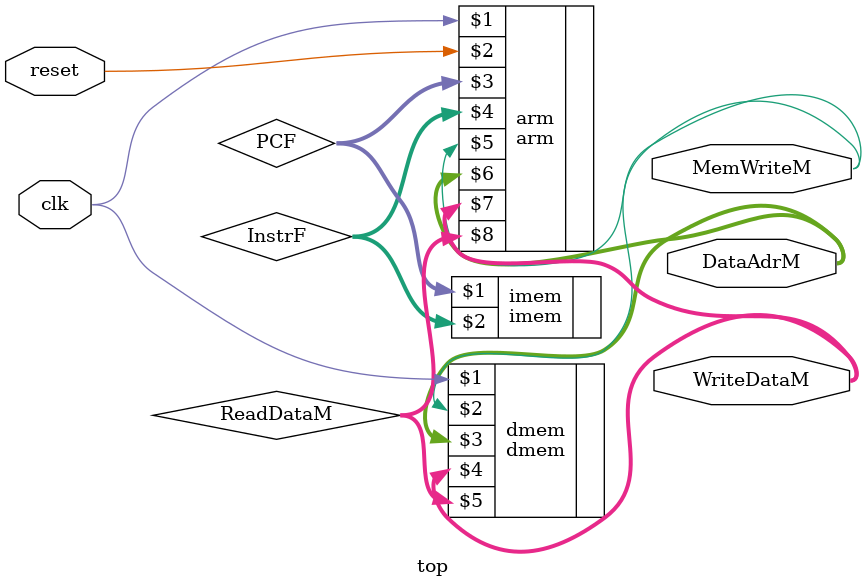
<source format=sv>
module top(input logic clk, reset,
output logic [31:0] WriteDataM, DataAdrM,
output logic MemWriteM);
logic [31:0] PCF, InstrF, ReadDataM;
// instantiate processor and memories
arm arm(clk, reset, PCF, InstrF, MemWriteM, DataAdrM,
WriteDataM, ReadDataM);
imem imem(PCF, InstrF);
dmem dmem(clk, MemWriteM, DataAdrM, WriteDataM, ReadDataM);
endmodule


</source>
